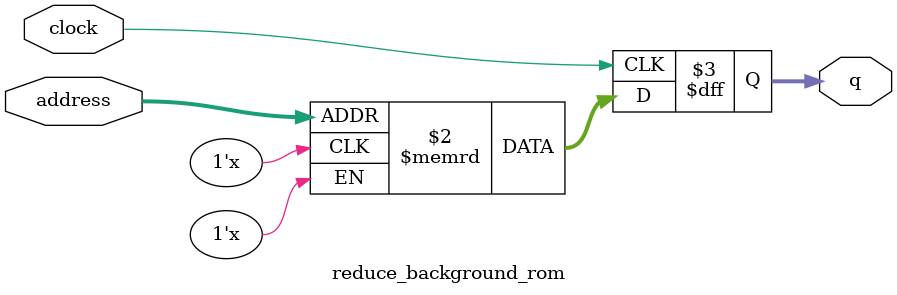
<source format=sv>
module reduce_background_rom (
	input logic clock,
	input logic [15:0] address,
	output logic [2:0] q
);

logic [2:0] memory [0:65535] /* synthesis ram_init_file = "./reduce_background.mif" */;

always_ff @ (posedge clock) begin
	q <= memory[address];
end

endmodule

</source>
